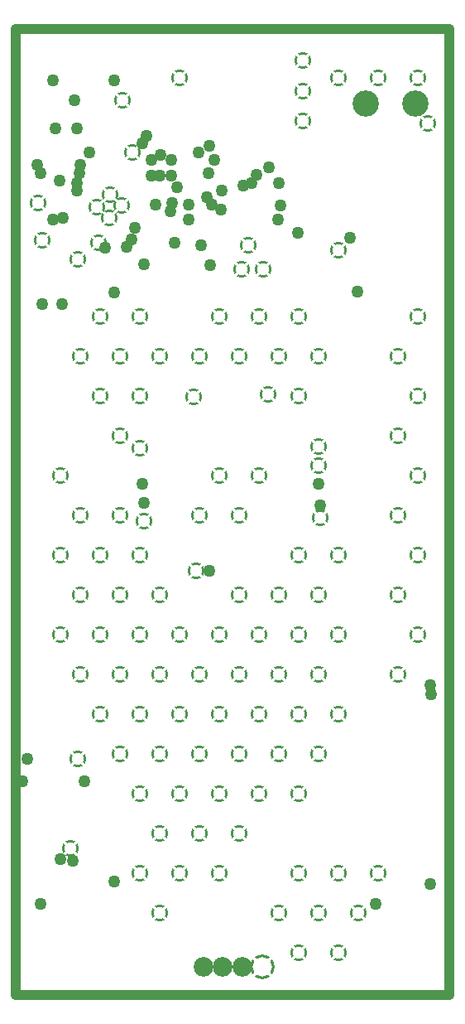
<source format=gbr>
%TF.GenerationSoftware,Altium Limited,Altium Designer,20.2.8 (258)*%
G04 Layer_Physical_Order=2*
G04 Layer_Color=32768*
%FSLAX26Y26*%
%MOIN*%
%TF.SameCoordinates,C5A62E15-709C-4439-AAC4-A247E21399B6*%
%TF.FilePolarity,Negative*%
%TF.FileFunction,Copper,L2,Inr,Plane*%
%TF.Part,Single*%
G01*
G75*
%TA.AperFunction,NonConductor*%
%ADD48C,0.040000*%
%TA.AperFunction,ComponentPad*%
%ADD49C,0.079370*%
G04:AMPARAMS|DCode=50|XSize=99.37mil|YSize=99.37mil|CornerRadius=0mil|HoleSize=0mil|Usage=FLASHONLY|Rotation=0.000|XOffset=0mil|YOffset=0mil|HoleType=Round|Shape=Relief|Width=10mil|Gap=10mil|Entries=4|*
%AMTHD50*
7,0,0,0.099370,0.079370,0.010000,45*
%
%ADD50THD50*%
%ADD51C,0.106142*%
%TA.AperFunction,ViaPad*%
%ADD52C,0.050000*%
G04:AMPARAMS|DCode=53|XSize=70mil|YSize=70mil|CornerRadius=0mil|HoleSize=0mil|Usage=FLASHONLY|Rotation=0.000|XOffset=0mil|YOffset=0mil|HoleType=Round|Shape=Relief|Width=10mil|Gap=10mil|Entries=4|*
%AMTHD53*
7,0,0,0.070000,0.050000,0.010000,45*
%
%ADD53THD53*%
D48*
X1180000Y1110000D02*
Y4995000D01*
X2925000D01*
Y1110000D02*
Y4995000D01*
X1180000Y1110000D02*
X2925000D01*
D49*
X2091870Y1221653D02*
D03*
X2013130D02*
D03*
X1934390D02*
D03*
D50*
X2170610D02*
D03*
D51*
X2590000Y4693740D02*
D03*
X2790000D02*
D03*
D52*
X1340000Y4595000D02*
D03*
X1690000Y4535000D02*
D03*
X1915000Y4500000D02*
D03*
X1960000Y4525000D02*
D03*
X2005000Y4270000D02*
D03*
X1970000Y4290000D02*
D03*
X1424000Y4345000D02*
D03*
X1425000Y4375000D02*
D03*
X1830000Y4360000D02*
D03*
X1961243Y4045072D02*
D03*
X2850000Y2355000D02*
D03*
X2851181Y2319410D02*
D03*
X1705000Y4565000D02*
D03*
X1695000Y4050000D02*
D03*
X1625000Y4120000D02*
D03*
X1645000Y4150000D02*
D03*
X1762500Y4487500D02*
D03*
X1875000Y4230000D02*
D03*
Y4290000D02*
D03*
X1810000Y4295000D02*
D03*
X1802061Y4262060D02*
D03*
X1820000Y4135000D02*
D03*
X2850000Y1555000D02*
D03*
X1743358Y4288358D02*
D03*
X1575000Y1565000D02*
D03*
X1280000Y1475000D02*
D03*
X2630000D02*
D03*
X1660000Y4195000D02*
D03*
X1540000Y4115000D02*
D03*
X1410000Y1650000D02*
D03*
X1360000Y1655000D02*
D03*
X1330000Y4230000D02*
D03*
X1370000Y4235000D02*
D03*
X1455000Y1970000D02*
D03*
X1205000D02*
D03*
X1225000Y2060000D02*
D03*
X2555000Y3940000D02*
D03*
X2400224Y3164307D02*
D03*
X2405000Y3080000D02*
D03*
X1283835Y3890000D02*
D03*
X1695000Y3090000D02*
D03*
X1365000Y3890000D02*
D03*
X1690000Y3165000D02*
D03*
X2315000Y4175000D02*
D03*
X2525000Y4155000D02*
D03*
X1960000Y2815000D02*
D03*
X1265000Y4450000D02*
D03*
X1280000Y4415000D02*
D03*
X1435000D02*
D03*
X1440000Y4450000D02*
D03*
X2245000Y4285000D02*
D03*
X1955000Y4415000D02*
D03*
X1980000Y4470000D02*
D03*
X2150000Y4410000D02*
D03*
X2200000Y4440000D02*
D03*
X2240000Y4375000D02*
D03*
X2235000Y4230000D02*
D03*
X1805000Y4470000D02*
D03*
Y4405000D02*
D03*
X1760000D02*
D03*
X1725000Y4470000D02*
D03*
Y4405000D02*
D03*
X1950000Y4320000D02*
D03*
X2010000Y4345000D02*
D03*
X2095000Y4365000D02*
D03*
X1355000Y4385000D02*
D03*
X2130000Y4375000D02*
D03*
X1925000Y4125000D02*
D03*
X1475000Y4500000D02*
D03*
X1575000Y3935000D02*
D03*
X1415000Y4710000D02*
D03*
X1330000Y4790000D02*
D03*
X1575000D02*
D03*
X1425000Y4595000D02*
D03*
D53*
X1270000Y4295000D02*
D03*
X2800000Y4800000D02*
D03*
Y3840000D02*
D03*
X2720000Y3680000D02*
D03*
X2800000Y3520000D02*
D03*
X2720000Y3360000D02*
D03*
X2800000Y3200000D02*
D03*
X2720000Y3040000D02*
D03*
X2800000Y2880000D02*
D03*
X2720000Y2720000D02*
D03*
X2800000Y2560000D02*
D03*
X2720000Y2400000D02*
D03*
X2640000Y4800000D02*
D03*
Y1600000D02*
D03*
X2560000Y1440000D02*
D03*
X2480000Y4800000D02*
D03*
X2400000Y3680000D02*
D03*
X2480000Y2880000D02*
D03*
X2400000Y2720000D02*
D03*
X2480000Y2560000D02*
D03*
X2400000Y2400000D02*
D03*
X2480000Y2240000D02*
D03*
X2400000Y2080000D02*
D03*
X2480000Y1600000D02*
D03*
X2400000Y1440000D02*
D03*
X2480000Y1280000D02*
D03*
X2320000Y3840000D02*
D03*
X2240000Y3680000D02*
D03*
X2320000Y3520000D02*
D03*
Y2880000D02*
D03*
X2240000Y2720000D02*
D03*
X2320000Y2560000D02*
D03*
X2240000Y2400000D02*
D03*
X2320000Y2240000D02*
D03*
X2240000Y2080000D02*
D03*
X2320000Y1920000D02*
D03*
Y1600000D02*
D03*
X2240000Y1440000D02*
D03*
X2320000Y1280000D02*
D03*
X2160000Y3840000D02*
D03*
X2080000Y3680000D02*
D03*
X2160000Y3200000D02*
D03*
X2080000Y3040000D02*
D03*
Y2720000D02*
D03*
X2160000Y2560000D02*
D03*
X2080000Y2400000D02*
D03*
X2160000Y2240000D02*
D03*
X2080000Y2080000D02*
D03*
X2160000Y1920000D02*
D03*
X2080000Y1760000D02*
D03*
X2000000Y3840000D02*
D03*
X1920000Y3680000D02*
D03*
X2000000Y3200000D02*
D03*
X1920000Y3040000D02*
D03*
X2000000Y2560000D02*
D03*
X1920000Y2400000D02*
D03*
X2000000Y2240000D02*
D03*
X1920000Y2080000D02*
D03*
X2000000Y1920000D02*
D03*
X1920000Y1760000D02*
D03*
X2000000Y1600000D02*
D03*
X1840000Y4800000D02*
D03*
X1760000Y3680000D02*
D03*
Y2720000D02*
D03*
X1840000Y2560000D02*
D03*
X1760000Y2400000D02*
D03*
X1840000Y2240000D02*
D03*
X1760000Y2080000D02*
D03*
X1840000Y1920000D02*
D03*
X1760000Y1760000D02*
D03*
X1840000Y1600000D02*
D03*
X1760000Y1440000D02*
D03*
X1680000Y3840000D02*
D03*
X1600000Y3680000D02*
D03*
X1680000Y3520000D02*
D03*
X1600000Y3360000D02*
D03*
Y3040000D02*
D03*
X1680000Y2880000D02*
D03*
X1600000Y2720000D02*
D03*
X1680000Y2560000D02*
D03*
X1600000Y2400000D02*
D03*
X1680000Y2240000D02*
D03*
X1600000Y2080000D02*
D03*
X1680000Y1920000D02*
D03*
Y1600000D02*
D03*
X1520000Y3840000D02*
D03*
X1440000Y3680000D02*
D03*
X1520000Y3520000D02*
D03*
X1440000Y3040000D02*
D03*
X1520000Y2880000D02*
D03*
X1440000Y2720000D02*
D03*
X1520000Y2560000D02*
D03*
X1440000Y2400000D02*
D03*
X1520000Y2240000D02*
D03*
X1360000Y3200000D02*
D03*
Y2880000D02*
D03*
Y2560000D02*
D03*
X1285000Y4145000D02*
D03*
X1513162Y4135726D02*
D03*
X1400000Y1700000D02*
D03*
X1430000Y2060000D02*
D03*
X2480000Y4105000D02*
D03*
X2400040Y3239961D02*
D03*
X1680000Y3310000D02*
D03*
X1895000Y3515000D02*
D03*
X2195000Y3525000D02*
D03*
X2090000Y4030000D02*
D03*
X2175000D02*
D03*
X1905000Y2815000D02*
D03*
X2405000Y3030000D02*
D03*
X1695000Y3015000D02*
D03*
X2400000Y3315000D02*
D03*
X2840000Y4615000D02*
D03*
X2335000Y4625000D02*
D03*
Y4745000D02*
D03*
Y4870000D02*
D03*
X2115000Y4125000D02*
D03*
X1650000Y4500000D02*
D03*
X1430000Y4070000D02*
D03*
X1555000Y4235000D02*
D03*
X1505000Y4280000D02*
D03*
X1605000Y4285000D02*
D03*
X1560000Y4330000D02*
D03*
X1610000Y4709882D02*
D03*
%TF.MD5,8b026edcfb02c9d707fe72ce0a5f067e*%
M02*

</source>
